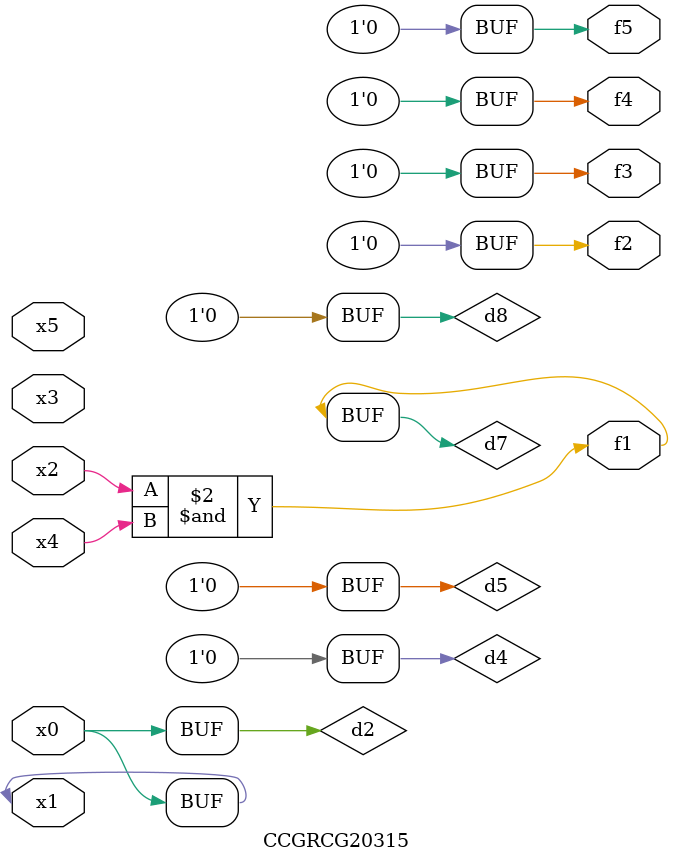
<source format=v>
module CCGRCG20315(
	input x0, x1, x2, x3, x4, x5,
	output f1, f2, f3, f4, f5
);

	wire d1, d2, d3, d4, d5, d6, d7, d8, d9;

	nand (d1, x1);
	buf (d2, x0, x1);
	nand (d3, x2, x4);
	and (d4, d1, d2);
	and (d5, d1, d2);
	nand (d6, d1, d3);
	not (d7, d3);
	xor (d8, d5);
	nor (d9, d5, d6);
	assign f1 = d7;
	assign f2 = d8;
	assign f3 = d8;
	assign f4 = d8;
	assign f5 = d8;
endmodule

</source>
